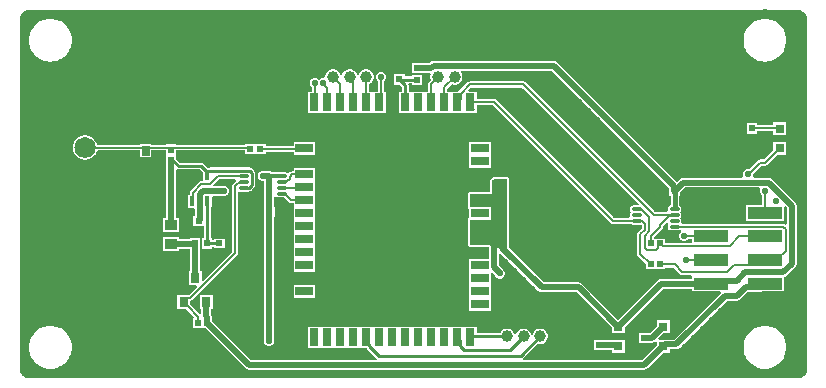
<source format=gtl>
G04*
G04 #@! TF.GenerationSoftware,Altium Limited,Altium Designer,22.5.1 (42)*
G04*
G04 Layer_Physical_Order=1*
G04 Layer_Color=255*
%FSLAX44Y44*%
%MOMM*%
G71*
G04*
G04 #@! TF.SameCoordinates,16E258D9-83B2-4854-9FD3-66D1B54B03FA*
G04*
G04*
G04 #@! TF.FilePolarity,Positive*
G04*
G01*
G75*
%ADD13C,0.5080*%
%ADD14C,0.1778*%
%ADD18R,5.0000X1.0000*%
%ADD19C,1.0000*%
%ADD20R,0.8000X0.8000*%
%ADD21R,0.4725X0.5811*%
G04:AMPARAMS|DCode=22|XSize=0.4mm|YSize=0.85mm|CornerRadius=0.05mm|HoleSize=0mm|Usage=FLASHONLY|Rotation=180.000|XOffset=0mm|YOffset=0mm|HoleType=Round|Shape=RoundedRectangle|*
%AMROUNDEDRECTD22*
21,1,0.4000,0.7500,0,0,180.0*
21,1,0.3000,0.8500,0,0,180.0*
1,1,0.1000,-0.1500,0.3750*
1,1,0.1000,0.1500,0.3750*
1,1,0.1000,0.1500,-0.3750*
1,1,0.1000,-0.1500,-0.3750*
%
%ADD22ROUNDEDRECTD22*%
%ADD23R,0.5811X0.4725*%
%ADD24R,0.8000X1.5000*%
%ADD25R,1.5000X0.8000*%
%ADD26R,1.1000X1.1000*%
%ADD27R,0.6200X0.6000*%
%ADD28R,0.6000X0.5000*%
%ADD29R,0.6153X0.5725*%
G04:AMPARAMS|DCode=30|XSize=0.3mm|YSize=0.8mm|CornerRadius=0.0495mm|HoleSize=0mm|Usage=FLASHONLY|Rotation=90.000|XOffset=0mm|YOffset=0mm|HoleType=Round|Shape=RoundedRectangle|*
%AMROUNDEDRECTD30*
21,1,0.3000,0.7010,0,0,90.0*
21,1,0.2010,0.8000,0,0,90.0*
1,1,0.0990,0.3505,0.1005*
1,1,0.0990,0.3505,-0.1005*
1,1,0.0990,-0.3505,-0.1005*
1,1,0.0990,-0.3505,0.1005*
%
%ADD30ROUNDEDRECTD30*%
%ADD31R,0.8000X0.9000*%
%ADD32R,0.6500X0.8500*%
%ADD33R,0.5725X0.6153*%
%ADD34R,0.4541X0.3627*%
%ADD35R,0.5000X0.6000*%
%ADD36R,1.0000X0.9000*%
%ADD37R,0.6000X0.6200*%
%ADD38R,2.9500X1.0200*%
%ADD52C,0.0127*%
%ADD53C,0.3364*%
%ADD54C,0.2032*%
%ADD55C,0.2540*%
%ADD56C,0.3048*%
%ADD57C,0.1482*%
%ADD58C,0.3810*%
%ADD59C,0.5588*%
G36*
X661748Y314900D02*
X663333Y314585D01*
X664827Y313967D01*
X666171Y313069D01*
X667315Y311927D01*
X668213Y310584D01*
X668833Y309091D01*
X669150Y307506D01*
X669150Y306698D01*
X669120Y10150D01*
X669120Y10150D01*
X669120Y10150D01*
X669120Y9402D01*
X668829Y7934D01*
X668256Y6552D01*
X667426Y5308D01*
X666368Y4249D01*
X665125Y3417D01*
X663743Y2844D01*
X662275Y2550D01*
X661528Y2550D01*
X10450Y2590D01*
X10450Y2590D01*
X10450Y2590D01*
X9676D01*
X8157Y2892D01*
X6727Y3484D01*
X5439Y4344D01*
X4344Y5439D01*
X3484Y6727D01*
X2892Y8157D01*
X2590Y9676D01*
Y10450D01*
X2590Y10450D01*
X2590Y10450D01*
X2570Y306760D01*
X2570Y307559D01*
X2881Y309127D01*
X3493Y310604D01*
X4380Y311934D01*
X5510Y313065D01*
X6839Y313954D01*
X8315Y314566D01*
X9883Y314880D01*
X10682Y314880D01*
X660940Y314900D01*
X661748Y314900D01*
D02*
G37*
%LPC*%
G36*
X635037Y307050D02*
X631983D01*
X631733Y307000D01*
X631478D01*
X628484Y306404D01*
X628248Y306307D01*
X627998Y306257D01*
X625177Y305089D01*
X624965Y304947D01*
X624729Y304849D01*
X622191Y303153D01*
X622010Y302973D01*
X621798Y302831D01*
X619639Y300672D01*
X619497Y300460D01*
X619317Y300280D01*
X617621Y297741D01*
X617523Y297505D01*
X617381Y297293D01*
X616213Y294472D01*
X616163Y294222D01*
X616066Y293986D01*
X615470Y290992D01*
Y290737D01*
X615420Y290487D01*
Y287433D01*
X615470Y287183D01*
Y286928D01*
X616066Y283934D01*
X616163Y283698D01*
X616213Y283448D01*
X617381Y280627D01*
X617523Y280415D01*
X617621Y280179D01*
X619317Y277640D01*
X619497Y277460D01*
X619639Y277248D01*
X621798Y275089D01*
X622010Y274947D01*
X622191Y274767D01*
X624729Y273071D01*
X624965Y272973D01*
X625177Y272831D01*
X627998Y271663D01*
X628248Y271613D01*
X628484Y271516D01*
X631478Y270920D01*
X631733D01*
X631983Y270870D01*
X635037D01*
X635287Y270920D01*
X635542D01*
X638536Y271516D01*
X638772Y271613D01*
X639022Y271663D01*
X641843Y272831D01*
X642055Y272973D01*
X642291Y273071D01*
X644829Y274767D01*
X645010Y274947D01*
X645222Y275089D01*
X647381Y277248D01*
X647523Y277460D01*
X647703Y277640D01*
X649399Y280179D01*
X649497Y280415D01*
X649639Y280627D01*
X650807Y283448D01*
X650857Y283698D01*
X650954Y283934D01*
X651550Y286928D01*
Y287183D01*
X651600Y287433D01*
Y290487D01*
X651550Y290737D01*
Y290992D01*
X650954Y293986D01*
X650857Y294222D01*
X650807Y294472D01*
X649639Y297293D01*
X649497Y297505D01*
X649399Y297741D01*
X647703Y300280D01*
X647523Y300460D01*
X647381Y300672D01*
X645222Y302831D01*
X645010Y302973D01*
X644829Y303153D01*
X642291Y304849D01*
X642055Y304947D01*
X641843Y305089D01*
X639022Y306257D01*
X638772Y306307D01*
X638536Y306404D01*
X635542Y307000D01*
X635287D01*
X635037Y307050D01*
D02*
G37*
G36*
X30037D02*
X26983D01*
X26733Y307000D01*
X26478D01*
X23484Y306404D01*
X23248Y306307D01*
X22998Y306257D01*
X20177Y305089D01*
X19965Y304947D01*
X19729Y304849D01*
X17191Y303153D01*
X17010Y302973D01*
X16798Y302831D01*
X14639Y300672D01*
X14497Y300460D01*
X14317Y300280D01*
X12621Y297741D01*
X12523Y297505D01*
X12381Y297293D01*
X11213Y294472D01*
X11163Y294222D01*
X11066Y293986D01*
X10470Y290992D01*
Y290737D01*
X10420Y290487D01*
Y287433D01*
X10470Y287183D01*
Y286928D01*
X11066Y283934D01*
X11163Y283698D01*
X11213Y283448D01*
X12381Y280627D01*
X12523Y280415D01*
X12621Y280179D01*
X14317Y277640D01*
X14497Y277460D01*
X14639Y277248D01*
X16798Y275089D01*
X17010Y274947D01*
X17191Y274767D01*
X19729Y273071D01*
X19965Y272973D01*
X20177Y272831D01*
X22998Y271663D01*
X23248Y271613D01*
X23484Y271516D01*
X26478Y270920D01*
X26733D01*
X26983Y270870D01*
X30037D01*
X30287Y270920D01*
X30542D01*
X33536Y271516D01*
X33772Y271613D01*
X34022Y271663D01*
X36843Y272831D01*
X37055Y272973D01*
X37291Y273071D01*
X39829Y274767D01*
X40010Y274947D01*
X40222Y275089D01*
X42381Y277248D01*
X42523Y277460D01*
X42703Y277640D01*
X44399Y280179D01*
X44497Y280415D01*
X44639Y280627D01*
X45807Y283448D01*
X45857Y283698D01*
X45954Y283934D01*
X46550Y286928D01*
Y287183D01*
X46600Y287433D01*
Y290487D01*
X46550Y290737D01*
Y290992D01*
X45954Y293986D01*
X45857Y294222D01*
X45807Y294472D01*
X44639Y297293D01*
X44497Y297505D01*
X44399Y297741D01*
X42703Y300280D01*
X42523Y300460D01*
X42381Y300672D01*
X40222Y302831D01*
X40010Y302973D01*
X39829Y303153D01*
X37291Y304849D01*
X37055Y304947D01*
X36843Y305089D01*
X34022Y306257D01*
X33772Y306307D01*
X33536Y306404D01*
X30542Y307000D01*
X30287D01*
X30037Y307050D01*
D02*
G37*
G36*
X296769Y264334D02*
X295051D01*
X293392Y263889D01*
X291904Y263030D01*
X290690Y261816D01*
X289831Y260328D01*
X289582Y259402D01*
X288268D01*
X288019Y260328D01*
X287160Y261816D01*
X285946Y263030D01*
X284458Y263889D01*
X282799Y264334D01*
X281081D01*
X279422Y263889D01*
X277934Y263030D01*
X276719Y261816D01*
X275861Y260328D01*
X275612Y259402D01*
X274298D01*
X274049Y260328D01*
X273190Y261816D01*
X271976Y263030D01*
X270488Y263889D01*
X268829Y264334D01*
X267111D01*
X265452Y263889D01*
X263964Y263030D01*
X262750Y261816D01*
X261891Y260328D01*
X261446Y258669D01*
Y258236D01*
X260621Y257203D01*
X260296Y257203D01*
X258903D01*
X257316Y256546D01*
X256101Y255331D01*
X255930Y255297D01*
X254844Y256383D01*
X253257Y257041D01*
X251539D01*
X249952Y256383D01*
X248737Y255169D01*
X248080Y253582D01*
Y251864D01*
X248737Y250277D01*
X249808Y249206D01*
Y245344D01*
X246406D01*
Y227296D01*
X312454D01*
Y245344D01*
X311200D01*
Y254293D01*
X312271Y255364D01*
X312928Y256951D01*
Y258669D01*
X312271Y260256D01*
X311056Y261471D01*
X309469Y262128D01*
X307751D01*
X306164Y261471D01*
X304949Y260256D01*
X304292Y258669D01*
Y256951D01*
X304949Y255364D01*
X306020Y254293D01*
Y245344D01*
X298500D01*
Y251772D01*
X299916Y252589D01*
X301131Y253804D01*
X301989Y255292D01*
X302434Y256951D01*
Y258669D01*
X301989Y260328D01*
X301131Y261816D01*
X299916Y263030D01*
X298428Y263889D01*
X296769Y264334D01*
D02*
G37*
G36*
X454848Y271272D02*
X353010D01*
X351425Y270956D01*
X350080Y270058D01*
X349516Y269494D01*
X339090D01*
X338489Y269374D01*
X334566D01*
Y261326D01*
X338489D01*
X339090Y261206D01*
X349831D01*
X350143Y260921D01*
X350686Y259936D01*
X350346Y258669D01*
Y256951D01*
X350769Y255372D01*
X349099Y253701D01*
X348537Y252861D01*
X348340Y251870D01*
Y245344D01*
X331779D01*
Y250770D01*
X331647Y251431D01*
X332411Y252701D01*
X334566D01*
Y251326D01*
X343614D01*
Y259374D01*
X334566D01*
Y258399D01*
X328474D01*
Y260274D01*
X319226D01*
Y251226D01*
X324445D01*
X326081Y249590D01*
Y245344D01*
X323406D01*
Y227296D01*
X386664D01*
X386914Y227246D01*
X387164Y227296D01*
X389454D01*
Y229586D01*
X389504Y229836D01*
X389454Y230086D01*
Y233730D01*
X403449D01*
X503081Y134099D01*
X503921Y133537D01*
X504912Y133340D01*
X520253D01*
X520727Y133023D01*
X521515Y132866D01*
X525453D01*
X525504Y132856D01*
X528593D01*
X529224Y132225D01*
Y129635D01*
X526024Y126435D01*
X525463Y125595D01*
X525266Y124604D01*
Y108026D01*
X525463Y107035D01*
X526024Y106195D01*
X532935Y99284D01*
Y95174D01*
X549105D01*
Y96470D01*
X555978D01*
X561569Y90879D01*
X562409Y90317D01*
X563400Y90120D01*
X570694D01*
X571676Y89424D01*
Y86944D01*
X545720D01*
X544134Y86628D01*
X542790Y85730D01*
X509270Y52210D01*
X478669Y82811D01*
X477325Y83709D01*
X475739Y84024D01*
X446359D01*
X419565Y110819D01*
X419550Y110992D01*
X419351Y111161D01*
X419250Y111402D01*
X417270Y113382D01*
X416940Y113519D01*
Y137160D01*
Y171450D01*
X416456Y172616D01*
X415290Y173100D01*
X403860D01*
X402694Y172616D01*
X402322Y171718D01*
X401424Y171346D01*
X400940Y170180D01*
Y160400D01*
X383540D01*
X382374Y159916D01*
X381890Y158750D01*
Y147844D01*
X382374Y146678D01*
X383406Y146250D01*
Y138390D01*
X382374Y137962D01*
X381890Y136796D01*
Y134620D01*
Y115570D01*
X382374Y114404D01*
X383540Y113920D01*
X399576D01*
X400148Y113348D01*
Y103844D01*
X383406D01*
Y92796D01*
Y81796D01*
Y70796D01*
Y59796D01*
X401454D01*
Y70796D01*
Y81796D01*
Y91661D01*
X402724Y92187D01*
X404828Y90083D01*
X405279Y88994D01*
X406494Y87779D01*
X408081Y87122D01*
X409799D01*
X411386Y87779D01*
X412601Y88994D01*
X413258Y90581D01*
Y92299D01*
X412601Y93886D01*
X412161Y94325D01*
X411870Y94761D01*
X408436Y98196D01*
Y108568D01*
X409609Y109054D01*
X441713Y76951D01*
X443057Y76052D01*
X444643Y75737D01*
X474023D01*
X503746Y46014D01*
Y40826D01*
X514794D01*
Y46014D01*
X547436Y78656D01*
X571676D01*
Y76176D01*
X595570D01*
X596096Y74906D01*
X556644Y35454D01*
X548830D01*
X548430Y35374D01*
X543913D01*
X543427Y36547D01*
X547706Y40826D01*
X552894D01*
Y51874D01*
X541846D01*
Y46686D01*
X536344Y41184D01*
X531038D01*
X530637Y41105D01*
X526974D01*
Y38156D01*
X526716Y36863D01*
Y36675D01*
X526974Y35382D01*
Y32246D01*
X534746D01*
Y32897D01*
X538061D01*
X539646Y33212D01*
X540576Y33834D01*
X541846Y33279D01*
Y30186D01*
X529774Y18114D01*
X428556D01*
X428321Y19384D01*
X428988Y19830D01*
X441081Y31922D01*
X442371Y31576D01*
X444089D01*
X445748Y32021D01*
X447236Y32880D01*
X448451Y34094D01*
X449309Y35582D01*
X449754Y37241D01*
Y38959D01*
X449309Y40618D01*
X448451Y42106D01*
X447236Y43320D01*
X445748Y44179D01*
X444089Y44624D01*
X442371D01*
X440712Y44179D01*
X439224Y43320D01*
X438009Y42106D01*
X437151Y40618D01*
X436902Y39692D01*
X435588D01*
X435339Y40618D01*
X434481Y42106D01*
X433266Y43320D01*
X431778Y44179D01*
X430119Y44624D01*
X428401D01*
X426742Y44179D01*
X425254Y43320D01*
X424039Y42106D01*
X423181Y40618D01*
X422932Y39692D01*
X421618D01*
X421369Y40618D01*
X420510Y42106D01*
X419296Y43320D01*
X417808Y44179D01*
X416149Y44624D01*
X414431D01*
X412772Y44179D01*
X411284Y43320D01*
X410070Y42106D01*
X409402Y40949D01*
X389454D01*
Y46344D01*
X246406D01*
Y28296D01*
X296291D01*
X296646Y27765D01*
X304581Y19830D01*
X304581Y19830D01*
X305249Y19384D01*
X305014Y18114D01*
X198412D01*
X165565Y50961D01*
Y53416D01*
X165192D01*
Y54932D01*
X164876Y56518D01*
X164774Y56671D01*
Y61446D01*
X166154D01*
Y73494D01*
X155106D01*
Y61446D01*
X156486D01*
Y57737D01*
X155216Y57211D01*
X147154Y65273D01*
Y68382D01*
X148056Y68561D01*
X148897Y69123D01*
X186446Y106672D01*
X187007Y107512D01*
X187204Y108503D01*
Y159959D01*
X187381Y160185D01*
X188475Y160866D01*
X188775Y160807D01*
X195785D01*
X196573Y160963D01*
X197004Y161251D01*
X197030D01*
X197031Y161251D01*
X198121Y161468D01*
X199045Y162086D01*
X201342Y164383D01*
X201342Y164383D01*
X201960Y165307D01*
X202177Y166397D01*
Y176342D01*
X202177Y176343D01*
X201960Y177433D01*
X201342Y178357D01*
X201342Y178357D01*
X199267Y180432D01*
X198343Y181050D01*
X197253Y181267D01*
X197252Y181267D01*
X163658D01*
X163658Y181267D01*
X162568Y181050D01*
X162356Y180909D01*
X162170D01*
X162094Y180894D01*
X161905D01*
X158406Y184392D01*
X157482Y185010D01*
X156392Y185227D01*
X156392Y185227D01*
X138366D01*
X135196Y188397D01*
Y195540D01*
X193044D01*
Y192464D01*
X210816D01*
Y194625D01*
X234406D01*
Y191796D01*
X252454D01*
Y202844D01*
X234406D01*
Y199545D01*
X210816D01*
Y201236D01*
X196656D01*
X196494Y201269D01*
X196332Y201236D01*
X193044D01*
Y200460D01*
X135196D01*
Y200656D01*
X126424D01*
Y200460D01*
X113994D01*
Y201254D01*
X104446D01*
Y200460D01*
X68782D01*
X67730Y201149D01*
X67079Y202721D01*
X66964Y202836D01*
X66957Y202854D01*
X66926Y203006D01*
X66840Y203136D01*
X66832Y203155D01*
X66794Y203204D01*
X65981Y204421D01*
X65841Y204515D01*
X65776Y204671D01*
X65315Y205132D01*
X65193Y205291D01*
X65034Y205413D01*
X64573Y205874D01*
X64417Y205938D01*
X64323Y206079D01*
X63107Y206891D01*
X63058Y206929D01*
X63038Y206937D01*
X62909Y207024D01*
X62756Y207054D01*
X62738Y207062D01*
X62624Y207176D01*
X61052Y207827D01*
X60890D01*
X60872Y207835D01*
X60743Y207921D01*
X60590Y207951D01*
X60571Y207959D01*
X60509Y207968D01*
X59074Y208253D01*
X58908Y208220D01*
X58752Y208285D01*
X58100D01*
X57902Y208311D01*
X57703Y208285D01*
X57051D01*
X56895Y208220D01*
X56729Y208253D01*
X55295Y207968D01*
X55233Y207959D01*
X55213Y207952D01*
X55061Y207921D01*
X54931Y207835D01*
X54914Y207827D01*
X54752D01*
X53180Y207176D01*
X53065Y207062D01*
X53047Y207054D01*
X52895Y207024D01*
X52765Y206937D01*
X52746Y206929D01*
X52697Y206892D01*
X51480Y206079D01*
X51386Y205938D01*
X51230Y205874D01*
X50769Y205412D01*
X50610Y205291D01*
X50488Y205132D01*
X50027Y204671D01*
X49963Y204515D01*
X49822Y204421D01*
X49009Y203204D01*
X48972Y203155D01*
X48964Y203136D01*
X48877Y203006D01*
X48847Y202853D01*
X48839Y202836D01*
X48725Y202721D01*
X48074Y201149D01*
Y200987D01*
X48066Y200969D01*
X47980Y200840D01*
X47949Y200687D01*
X47941Y200668D01*
X47933Y200606D01*
X47648Y199172D01*
X47681Y199006D01*
X47616Y198850D01*
Y198198D01*
X47590Y197999D01*
X47616Y197801D01*
Y197148D01*
X47681Y196992D01*
X47648Y196827D01*
X47933Y195392D01*
X47941Y195330D01*
X47949Y195311D01*
X47980Y195158D01*
X48066Y195029D01*
X48074Y195011D01*
Y194849D01*
X48725Y193277D01*
X48839Y193162D01*
X48847Y193145D01*
X48877Y192992D01*
X48964Y192862D01*
X48972Y192843D01*
X49009Y192794D01*
X49822Y191577D01*
X49963Y191484D01*
X50027Y191327D01*
X50489Y190866D01*
X50610Y190708D01*
X50769Y190586D01*
X51230Y190125D01*
X51386Y190060D01*
X51480Y189919D01*
X52697Y189106D01*
X52746Y189069D01*
X52765Y189061D01*
X52895Y188974D01*
X53047Y188944D01*
X53065Y188937D01*
X53180Y188822D01*
X54752Y188171D01*
X54914D01*
X54931Y188164D01*
X55061Y188077D01*
X55214Y188047D01*
X55233Y188039D01*
X55294Y188031D01*
X56729Y187745D01*
X56895Y187778D01*
X57051Y187714D01*
X57703D01*
X57902Y187687D01*
X58100Y187714D01*
X58752D01*
X58908Y187778D01*
X59074Y187745D01*
X60509Y188031D01*
X60571Y188039D01*
X60590Y188047D01*
X60743Y188077D01*
X60872Y188164D01*
X60890Y188171D01*
X61052D01*
X62624Y188822D01*
X62738Y188937D01*
X62756Y188944D01*
X62909Y188974D01*
X63039Y189061D01*
X63058Y189069D01*
X63107Y189107D01*
X64323Y189919D01*
X64417Y190060D01*
X64573Y190125D01*
X65034Y190586D01*
X65193Y190708D01*
X65315Y190866D01*
X65776Y191327D01*
X65841Y191484D01*
X65981Y191577D01*
X66794Y192794D01*
X66832Y192843D01*
X66840Y192862D01*
X66926Y192992D01*
X66957Y193145D01*
X66964Y193162D01*
X67079Y193277D01*
X67730Y194849D01*
X68781Y195540D01*
X104446D01*
Y189706D01*
X113994D01*
Y195540D01*
X126424D01*
Y182884D01*
X126666D01*
Y168438D01*
X126249D01*
Y161762D01*
X126666D01*
Y138484D01*
X124286D01*
Y126436D01*
X137334D01*
Y138484D01*
X134954D01*
Y165100D01*
Y178982D01*
X135991Y179676D01*
X136224Y179721D01*
X137186Y179529D01*
X137186Y179529D01*
X155212D01*
X157876Y176865D01*
Y171330D01*
X157966Y170880D01*
X157407Y169897D01*
X157127Y169610D01*
X156273D01*
X155282Y169413D01*
X154442Y168852D01*
X147300Y161709D01*
X146738Y160869D01*
X146541Y159878D01*
Y158314D01*
X146150Y158237D01*
X145481Y157789D01*
X145033Y157120D01*
X144876Y156330D01*
Y148830D01*
X145033Y148040D01*
X145481Y147371D01*
X146150Y146923D01*
X146940Y146766D01*
X149940D01*
X150796Y145642D01*
Y140276D01*
X149545D01*
Y131504D01*
X158476D01*
Y121364D01*
X157186D01*
Y112316D01*
X165234D01*
Y113991D01*
X167175D01*
Y112954D01*
X176034D01*
Y120726D01*
X167175D01*
Y119689D01*
X165234D01*
Y121364D01*
X164174D01*
Y147220D01*
X164399Y147371D01*
X164847Y148040D01*
X165004Y148830D01*
Y156330D01*
X166136Y157146D01*
X173980D01*
X174401Y156972D01*
X176119D01*
X177706Y157629D01*
X178921Y158844D01*
X179578Y160431D01*
Y162149D01*
X178921Y163736D01*
X177706Y164951D01*
X176119Y165608D01*
X174401D01*
X173980Y165434D01*
X167024D01*
X166538Y166607D01*
X171211Y171280D01*
X185108D01*
X185410Y170819D01*
X185596Y170010D01*
X182783Y167197D01*
X182222Y166357D01*
X182025Y165366D01*
Y109576D01*
X157827Y85379D01*
X156654Y85864D01*
Y93494D01*
X155274D01*
Y116018D01*
X155354Y116420D01*
Y116690D01*
X155234Y117291D01*
Y121364D01*
X147186D01*
Y120794D01*
X137334D01*
Y122484D01*
X124286D01*
Y110436D01*
X137334D01*
Y112506D01*
X146986D01*
Y93494D01*
X145606D01*
Y81446D01*
X152235D01*
X152722Y80273D01*
X145993Y73544D01*
X144614D01*
X144364Y73494D01*
X136106D01*
Y61446D01*
X143657D01*
X150416Y54686D01*
X149890Y53416D01*
X149395D01*
Y45644D01*
X159162D01*
X193765Y11040D01*
X195110Y10142D01*
X196695Y9826D01*
X531490D01*
X533076Y10142D01*
X534420Y11040D01*
X547706Y24326D01*
X552894D01*
Y27166D01*
X558360D01*
X559946Y27482D01*
X561290Y28380D01*
X601156Y68246D01*
X609889D01*
X611474Y68562D01*
X612819Y69460D01*
X619455Y76096D01*
X630890D01*
X631290Y76176D01*
X649724D01*
Y88334D01*
X650512Y88491D01*
X651856Y89389D01*
X659258Y96791D01*
X660156Y98136D01*
X660472Y99721D01*
Y148750D01*
X660472Y148750D01*
X660156Y150336D01*
X659258Y151680D01*
X639606Y171332D01*
X638262Y172230D01*
X636676Y172546D01*
X624050D01*
X623222Y173816D01*
X623570Y174655D01*
Y175753D01*
X630577Y182760D01*
X633782D01*
X634773Y182957D01*
X635613Y183519D01*
X644061Y191966D01*
X651446D01*
Y203014D01*
X640398D01*
Y195629D01*
X632710Y187940D01*
X629505D01*
X628513Y187743D01*
X627673Y187181D01*
X620261Y179770D01*
X620111Y179832D01*
X618393D01*
X616806Y179175D01*
X615591Y177960D01*
X614934Y176373D01*
Y174655D01*
X615282Y173816D01*
X614454Y172546D01*
X564538D01*
X562952Y172230D01*
X561608Y171332D01*
X559056Y168780D01*
X457778Y270058D01*
X456433Y270956D01*
X454848Y271272D01*
D02*
G37*
G36*
X651446Y219514D02*
X640398D01*
Y216811D01*
X626440D01*
Y218651D01*
X618668D01*
Y209792D01*
X626440D01*
Y211632D01*
X640398D01*
Y208466D01*
X651446D01*
Y219514D01*
D02*
G37*
G36*
X401454Y202844D02*
X383406D01*
Y191796D01*
Y180796D01*
X401454D01*
Y191796D01*
Y202844D01*
D02*
G37*
G36*
X252454Y180844D02*
X234406D01*
Y177910D01*
X232882D01*
X231891Y177713D01*
X231051Y177151D01*
X230142Y176242D01*
X229241Y176331D01*
X228573Y176777D01*
X227785Y176934D01*
X224502D01*
X224280Y176978D01*
X216559D01*
X215301Y177818D01*
X213716Y178134D01*
X209560D01*
X209139Y178308D01*
X207421D01*
X205834Y177651D01*
X204619Y176436D01*
X203962Y174849D01*
Y173131D01*
X204619Y171544D01*
X205834Y170329D01*
X207421Y169672D01*
X209139D01*
X209692Y168526D01*
Y150178D01*
X209748Y149896D01*
Y147896D01*
X209235D01*
Y139124D01*
X209692D01*
Y36718D01*
X209042Y35149D01*
Y33431D01*
X209699Y31844D01*
X210914Y30629D01*
X212501Y29972D01*
X214219D01*
X215383Y30454D01*
X215421Y30462D01*
X215454Y30484D01*
X215806Y30629D01*
X216075Y30899D01*
X216766Y31360D01*
X217664Y32704D01*
X217979Y34290D01*
Y139124D01*
X218436D01*
Y147896D01*
X218035D01*
Y150121D01*
X217979Y150404D01*
Y156129D01*
X219249Y156514D01*
X219319Y156409D01*
X219987Y155963D01*
X220775Y155807D01*
X226181D01*
X230499Y151489D01*
X231339Y150927D01*
X232330Y150730D01*
X234406D01*
Y136796D01*
Y125796D01*
Y114796D01*
Y103796D01*
Y92796D01*
X252454D01*
Y103796D01*
Y114796D01*
Y125796D01*
Y136796D01*
Y147796D01*
Y158796D01*
Y169796D01*
Y180844D01*
D02*
G37*
G36*
Y81844D02*
X234406D01*
Y70796D01*
X252454D01*
Y81844D01*
D02*
G37*
G36*
X514794Y35374D02*
X503746D01*
Y34789D01*
X496646D01*
Y35064D01*
X488874D01*
Y31046D01*
X488794Y30645D01*
X488874Y30245D01*
Y26205D01*
X496646D01*
Y26502D01*
X503746D01*
Y24326D01*
X514794D01*
Y35374D01*
D02*
G37*
G36*
X635037Y47050D02*
X631983D01*
X631733Y47000D01*
X631478D01*
X628484Y46404D01*
X628248Y46307D01*
X627998Y46257D01*
X625177Y45089D01*
X624965Y44947D01*
X624729Y44849D01*
X622191Y43153D01*
X622010Y42973D01*
X621798Y42831D01*
X619639Y40672D01*
X619497Y40460D01*
X619317Y40279D01*
X617621Y37741D01*
X617523Y37505D01*
X617381Y37293D01*
X616213Y34472D01*
X616163Y34222D01*
X616066Y33986D01*
X615470Y30992D01*
Y30737D01*
X615420Y30487D01*
Y27433D01*
X615470Y27183D01*
Y26928D01*
X616066Y23934D01*
X616163Y23698D01*
X616213Y23448D01*
X617381Y20627D01*
X617523Y20415D01*
X617621Y20179D01*
X619317Y17641D01*
X619497Y17460D01*
X619639Y17248D01*
X621798Y15089D01*
X622010Y14947D01*
X622191Y14767D01*
X624729Y13071D01*
X624965Y12973D01*
X625177Y12831D01*
X627998Y11663D01*
X628248Y11613D01*
X628484Y11516D01*
X631478Y10920D01*
X631733D01*
X631983Y10870D01*
X635037D01*
X635287Y10920D01*
X635542D01*
X638536Y11516D01*
X638772Y11613D01*
X639022Y11663D01*
X641843Y12831D01*
X642055Y12973D01*
X642291Y13071D01*
X644829Y14767D01*
X645010Y14947D01*
X645222Y15089D01*
X647381Y17248D01*
X647523Y17460D01*
X647703Y17641D01*
X649399Y20179D01*
X649497Y20415D01*
X649639Y20627D01*
X650807Y23448D01*
X650857Y23698D01*
X650954Y23934D01*
X651550Y26928D01*
Y27183D01*
X651600Y27433D01*
Y30487D01*
X651550Y30737D01*
Y30992D01*
X650954Y33986D01*
X650857Y34222D01*
X650807Y34472D01*
X649639Y37293D01*
X649497Y37505D01*
X649399Y37741D01*
X647703Y40279D01*
X647523Y40460D01*
X647381Y40672D01*
X645222Y42831D01*
X645010Y42973D01*
X644829Y43153D01*
X642291Y44849D01*
X642055Y44947D01*
X641843Y45089D01*
X639022Y46257D01*
X638772Y46307D01*
X638536Y46404D01*
X635542Y47000D01*
X635287D01*
X635037Y47050D01*
D02*
G37*
G36*
X30037D02*
X26983D01*
X26733Y47000D01*
X26478D01*
X23484Y46404D01*
X23248Y46307D01*
X22998Y46257D01*
X20177Y45089D01*
X19965Y44947D01*
X19729Y44849D01*
X17191Y43153D01*
X17010Y42973D01*
X16798Y42831D01*
X14639Y40672D01*
X14497Y40460D01*
X14317Y40279D01*
X12621Y37741D01*
X12523Y37505D01*
X12381Y37293D01*
X11213Y34472D01*
X11163Y34222D01*
X11066Y33986D01*
X10470Y30992D01*
Y30737D01*
X10420Y30487D01*
Y27433D01*
X10470Y27183D01*
Y26928D01*
X11066Y23934D01*
X11163Y23698D01*
X11213Y23448D01*
X12381Y20627D01*
X12523Y20415D01*
X12621Y20179D01*
X14317Y17641D01*
X14497Y17460D01*
X14639Y17248D01*
X16798Y15089D01*
X17010Y14947D01*
X17191Y14767D01*
X19729Y13071D01*
X19965Y12973D01*
X20177Y12831D01*
X22998Y11663D01*
X23248Y11613D01*
X23484Y11516D01*
X26478Y10920D01*
X26733D01*
X26983Y10870D01*
X30037D01*
X30287Y10920D01*
X30542D01*
X33536Y11516D01*
X33772Y11613D01*
X34022Y11663D01*
X36843Y12831D01*
X37055Y12973D01*
X37291Y13071D01*
X39829Y14767D01*
X40010Y14947D01*
X40222Y15089D01*
X42381Y17248D01*
X42523Y17460D01*
X42703Y17641D01*
X44399Y20179D01*
X44497Y20415D01*
X44639Y20627D01*
X45807Y23448D01*
X45857Y23698D01*
X45954Y23934D01*
X46550Y26928D01*
Y27183D01*
X46600Y27433D01*
Y30487D01*
X46550Y30737D01*
Y30992D01*
X45954Y33986D01*
X45857Y34222D01*
X45807Y34472D01*
X44639Y37293D01*
X44497Y37505D01*
X44399Y37741D01*
X42703Y40279D01*
X42523Y40460D01*
X42381Y40672D01*
X40222Y42831D01*
X40010Y42973D01*
X39829Y43153D01*
X37291Y44849D01*
X37055Y44947D01*
X36843Y45089D01*
X34022Y46257D01*
X33772Y46307D01*
X33536Y46404D01*
X30542Y47000D01*
X30287D01*
X30037Y47050D01*
D02*
G37*
%LPD*%
G36*
X60421Y206303D02*
X61992Y205652D01*
X63407Y204707D01*
X64610Y203504D01*
X65555Y202090D01*
X66206Y200518D01*
X66538Y198850D01*
Y197999D01*
Y197148D01*
X66206Y195480D01*
X65555Y193908D01*
X64610Y192494D01*
X63407Y191291D01*
X61992Y190346D01*
X60421Y189695D01*
X58752Y189363D01*
X57051D01*
X55383Y189695D01*
X53811Y190346D01*
X52397Y191291D01*
X51194Y192494D01*
X50249Y193908D01*
X49598Y195480D01*
X49266Y197148D01*
Y197999D01*
Y198850D01*
X49598Y200518D01*
X50249Y202090D01*
X51194Y203504D01*
X52397Y204707D01*
X53811Y205652D01*
X55383Y206303D01*
X57051Y206635D01*
X58752D01*
X60421Y206303D01*
D02*
G37*
G36*
X552531Y163585D02*
Y161612D01*
X552611Y161212D01*
Y156904D01*
X553715D01*
Y148994D01*
X553515D01*
X552727Y148837D01*
X552059Y148391D01*
X551613Y147723D01*
X551456Y146935D01*
Y144925D01*
X551483Y144790D01*
X550615Y143520D01*
X540642D01*
X430871Y253291D01*
X430031Y253853D01*
X429039Y254050D01*
X383619D01*
X382628Y253853D01*
X381787Y253291D01*
X374083Y245587D01*
X373921Y245344D01*
X364520D01*
Y247827D01*
X368402Y251709D01*
X369981Y251286D01*
X371699D01*
X373358Y251731D01*
X374846Y252589D01*
X376060Y253804D01*
X376919Y255292D01*
X377364Y256951D01*
Y258669D01*
X376919Y260328D01*
X376119Y261714D01*
X376312Y262423D01*
X376544Y262984D01*
X453131D01*
X552531Y163585D01*
D02*
G37*
G36*
X526670Y150167D02*
X526184Y148994D01*
X521515D01*
X520727Y148837D01*
X520059Y148391D01*
X519613Y147723D01*
X519456Y146935D01*
Y144925D01*
X519613Y144137D01*
X520036Y143430D01*
X519613Y142723D01*
X519456Y141935D01*
Y139925D01*
X519483Y139790D01*
X518615Y138520D01*
X505985D01*
X406353Y238151D01*
X405513Y238713D01*
X404522Y238910D01*
X389454D01*
Y245344D01*
X382825D01*
X382338Y246517D01*
X384691Y248870D01*
X427967D01*
X526670Y150167D01*
D02*
G37*
G36*
X629760Y162988D02*
X629412Y162149D01*
Y160431D01*
X630069Y158844D01*
X631140Y157773D01*
Y149424D01*
X617176D01*
Y136176D01*
X649724D01*
Y147698D01*
X650994Y148224D01*
X652184Y147034D01*
Y133189D01*
X651471Y132893D01*
X650914Y132787D01*
X650112Y133323D01*
X649121Y133520D01*
X563425D01*
X562557Y134790D01*
X562584Y134925D01*
Y136935D01*
X562427Y137723D01*
X561981Y138391D01*
Y138469D01*
X562427Y139137D01*
X562584Y139925D01*
Y141935D01*
X562427Y142723D01*
X562004Y143430D01*
X562427Y144137D01*
X562584Y144925D01*
Y146935D01*
X562427Y147723D01*
X561981Y148391D01*
X561313Y148837D01*
X560707Y148957D01*
Y156904D01*
X561812D01*
Y159816D01*
X566254Y164258D01*
X628932D01*
X629760Y162988D01*
D02*
G37*
G36*
X551311Y134195D02*
X551811Y133053D01*
X551613Y132723D01*
X551456Y131935D01*
Y129925D01*
X551613Y129137D01*
X552059Y128469D01*
X552727Y128023D01*
X553515Y127866D01*
X560525D01*
X561313Y128023D01*
X561785Y128339D01*
X562590Y128178D01*
X562720Y126857D01*
X562704Y126851D01*
X561489Y125636D01*
X560832Y124049D01*
Y122331D01*
X561489Y120744D01*
X562704Y119529D01*
X564291Y118872D01*
X566009D01*
X567596Y119529D01*
X568667Y120600D01*
X571676D01*
Y117496D01*
X549105D01*
Y120726D01*
X539954D01*
Y122264D01*
X546590Y128900D01*
X547151Y129740D01*
X547348Y130731D01*
Y131757D01*
X550082Y134490D01*
X551311Y134195D01*
D02*
G37*
G36*
X415290Y134620D02*
Y113030D01*
X415290D01*
X415366Y112954D01*
Y112216D01*
X416104D01*
X418084Y110236D01*
X409343Y113030D01*
X403860D01*
X401320Y115570D01*
X383540D01*
Y134620D01*
Y136796D01*
X401454D01*
Y147844D01*
X383540D01*
Y158750D01*
X402590D01*
Y170180D01*
X403860D01*
Y171450D01*
X415290D01*
Y134620D01*
D02*
G37*
D13*
X508475Y30645D02*
X509270Y29850D01*
X492938Y30645D02*
X508475D01*
X531490Y13970D02*
X545910Y28390D01*
X161048Y49617D02*
X196695Y13970D01*
X531490D01*
X213836Y34290D02*
Y143510D01*
X408940Y91440D02*
Y91831D01*
X404292Y96479D02*
X408940Y91831D01*
X547370Y29850D02*
X548830Y31310D01*
X547370Y29850D02*
Y29850D01*
X545910Y28390D02*
X547370Y29850D01*
X410690Y116840D02*
X411150Y116380D01*
Y113373D02*
Y116380D01*
X213836Y150178D02*
Y173870D01*
X208280Y173990D02*
X213716D01*
X213836Y173870D01*
X557116Y161194D02*
X557211D01*
X557330D01*
X213892Y143566D02*
Y150121D01*
X213836Y150178D02*
X213892Y150121D01*
X213836Y143510D02*
X213892Y143566D01*
X339090Y265350D02*
X351232D01*
X353010Y267128D01*
X454848D01*
X556674Y165301D01*
Y161612D02*
Y165301D01*
Y161612D02*
X556997Y161290D01*
X557211D01*
X158086D02*
X175260D01*
X155122Y158326D02*
X158086Y161290D01*
X155122Y152762D02*
Y158326D01*
X154940Y152580D02*
X155122Y152762D01*
X404292Y96479D02*
Y115065D01*
X400497Y118860D02*
X404292Y115065D01*
X393890Y118860D02*
X400497D01*
X392430Y120320D02*
X393890Y118860D01*
X531038Y37041D02*
X538061D01*
X530860Y36863D02*
X531038Y37041D01*
X530860Y36675D02*
Y36863D01*
X538061Y37041D02*
X547370Y46350D01*
X557330Y161194D02*
X564538Y168402D01*
X636676D02*
X656328Y148750D01*
Y99721D02*
Y148750D01*
X648926Y92319D02*
X656328Y99721D01*
X617013Y92319D02*
X648926D01*
X587950Y82800D02*
X590510Y85360D01*
X610053D01*
X617013Y92319D01*
X564538Y168402D02*
X636676D01*
X475739Y79881D02*
X509270Y46350D01*
X444643Y79881D02*
X475739D01*
X411150Y113373D02*
X444643Y79881D01*
X130810Y165100D02*
Y186948D01*
Y132460D02*
Y165100D01*
X599440Y72390D02*
X609889D01*
X617739Y80240D01*
X558360Y31310D02*
X599440Y72390D01*
X630890Y80240D02*
X633450Y82800D01*
X617739Y80240D02*
X630890D01*
X548830Y31310D02*
X558360D01*
X545910Y28390D02*
X545910D01*
X151130Y116340D02*
X151210Y116420D01*
X151130Y87470D02*
Y116340D01*
X151210Y116420D02*
Y116690D01*
X160630Y55350D02*
X161048Y54932D01*
Y49617D02*
Y54932D01*
X160630Y55350D02*
Y67470D01*
X154360Y135890D02*
X154682Y136212D01*
X154146Y135890D02*
X154360D01*
X154682Y136212D02*
Y136427D01*
X154940Y136684D01*
Y152580D01*
X130810Y132460D02*
X130810Y132460D01*
X151170Y116650D02*
X151210Y116690D01*
X131000Y116650D02*
X151170D01*
X130810Y116460D02*
X131000Y116650D01*
X587915Y102835D02*
X587950Y102800D01*
X566420Y102870D02*
X566455Y102835D01*
X545720Y82800D02*
X587950D01*
X509270Y46350D02*
X545720Y82800D01*
D14*
X206451Y197085D02*
X242725D01*
X57900Y198000D02*
X196494D01*
D18*
X57900Y168838D02*
D03*
X55360Y225940D02*
D03*
D19*
X57902Y197999D02*
D03*
X370840Y257810D02*
D03*
X356870D02*
D03*
X295910D02*
D03*
X281940D02*
D03*
X267970D02*
D03*
X443230Y38100D02*
D03*
X429260D02*
D03*
X415290D02*
D03*
D20*
X645922Y213990D02*
D03*
Y197490D02*
D03*
X509270Y46350D02*
D03*
Y29850D02*
D03*
X547370Y46350D02*
D03*
Y29850D02*
D03*
D21*
X622554Y214221D02*
D03*
Y206911D02*
D03*
X492760Y37945D02*
D03*
Y30635D02*
D03*
X530860Y36675D02*
D03*
Y29365D02*
D03*
D22*
X148440Y175080D02*
D03*
X161440D02*
D03*
Y152580D02*
D03*
X154940D02*
D03*
X148440D02*
D03*
D23*
X537365Y99060D02*
D03*
X544675D02*
D03*
Y116840D02*
D03*
X537365D02*
D03*
X153825Y49530D02*
D03*
X161135D02*
D03*
X178915Y116840D02*
D03*
X171605D02*
D03*
D24*
X383930Y236320D02*
D03*
X372930D02*
D03*
X361930D02*
D03*
X350930D02*
D03*
X339930D02*
D03*
X328930D02*
D03*
X317930D02*
D03*
X284930D02*
D03*
X273930D02*
D03*
X262930D02*
D03*
X295930D02*
D03*
X306930D02*
D03*
X251930D02*
D03*
Y37320D02*
D03*
X262930D02*
D03*
X273930D02*
D03*
X284930D02*
D03*
X295930D02*
D03*
X306930D02*
D03*
X317930D02*
D03*
X328930D02*
D03*
X339930D02*
D03*
X350930D02*
D03*
X361930D02*
D03*
X372930D02*
D03*
X383930D02*
D03*
D25*
X243430Y208320D02*
D03*
Y197320D02*
D03*
Y186320D02*
D03*
Y175320D02*
D03*
Y164320D02*
D03*
Y153320D02*
D03*
Y142320D02*
D03*
Y131320D02*
D03*
Y120320D02*
D03*
Y109320D02*
D03*
Y98320D02*
D03*
Y87320D02*
D03*
Y76320D02*
D03*
Y65320D02*
D03*
X392430D02*
D03*
Y76320D02*
D03*
Y87320D02*
D03*
Y98320D02*
D03*
Y109320D02*
D03*
Y120320D02*
D03*
Y131320D02*
D03*
Y142320D02*
D03*
Y153320D02*
D03*
Y164320D02*
D03*
Y175320D02*
D03*
Y186320D02*
D03*
Y197320D02*
D03*
Y208320D02*
D03*
D26*
X265430Y63320D02*
D03*
Y84320D02*
D03*
Y105320D02*
D03*
Y126320D02*
D03*
Y147320D02*
D03*
Y168320D02*
D03*
Y189320D02*
D03*
X265430Y210320D02*
D03*
X286430Y63320D02*
D03*
Y84320D02*
D03*
Y105320D02*
D03*
Y126320D02*
D03*
Y147320D02*
D03*
Y168320D02*
D03*
Y189320D02*
D03*
X286430Y210320D02*
D03*
X307430Y63320D02*
D03*
Y84320D02*
D03*
Y105320D02*
D03*
Y126320D02*
D03*
Y147320D02*
D03*
Y168320D02*
D03*
Y189320D02*
D03*
X307430Y210320D02*
D03*
X328430Y63320D02*
D03*
Y84320D02*
D03*
Y105320D02*
D03*
Y126320D02*
D03*
Y147320D02*
D03*
Y168320D02*
D03*
Y189320D02*
D03*
X328430Y210320D02*
D03*
X349430Y63320D02*
D03*
Y84320D02*
D03*
Y105320D02*
D03*
Y126320D02*
D03*
Y147320D02*
D03*
Y168320D02*
D03*
Y189320D02*
D03*
X349430Y210320D02*
D03*
X370430Y63320D02*
D03*
Y84320D02*
D03*
Y105320D02*
D03*
Y126320D02*
D03*
Y147320D02*
D03*
Y168320D02*
D03*
Y189320D02*
D03*
X370430Y210320D02*
D03*
D27*
X323850Y264950D02*
D03*
Y255750D02*
D03*
D28*
X339090Y255350D02*
D03*
Y265350D02*
D03*
D29*
X213836Y143510D02*
D03*
X205264D02*
D03*
X557211Y161290D02*
D03*
X548640D02*
D03*
X206216Y196850D02*
D03*
X197644D02*
D03*
X154146Y135890D02*
D03*
X145574D02*
D03*
D30*
X224280Y158870D02*
D03*
Y163870D02*
D03*
Y168870D02*
D03*
Y173870D02*
D03*
X192280Y158870D02*
D03*
Y163870D02*
D03*
Y168870D02*
D03*
Y173870D02*
D03*
X557020Y130930D02*
D03*
Y135930D02*
D03*
Y140930D02*
D03*
Y145930D02*
D03*
X525020Y130930D02*
D03*
Y135930D02*
D03*
Y140930D02*
D03*
Y145930D02*
D03*
D31*
X141630Y67470D02*
D03*
X160630D02*
D03*
X151130Y87470D02*
D03*
D32*
X109220Y182980D02*
D03*
Y195480D02*
D03*
D33*
X130810Y187484D02*
D03*
Y196056D02*
D03*
D34*
X130043Y165100D02*
D03*
X123957D02*
D03*
D35*
X161210Y116840D02*
D03*
X151210D02*
D03*
D36*
X130810Y116460D02*
D03*
Y132460D02*
D03*
D37*
X410690Y116840D02*
D03*
X419890D02*
D03*
Y130810D02*
D03*
X410690D02*
D03*
X419890Y152400D02*
D03*
X410690D02*
D03*
Y166370D02*
D03*
X419890D02*
D03*
D38*
X633450Y82800D02*
D03*
Y102800D02*
D03*
Y122800D02*
D03*
Y142800D02*
D03*
X587950Y82800D02*
D03*
Y102800D02*
D03*
Y122800D02*
D03*
Y142800D02*
D03*
D52*
X41487Y185807D02*
G03*
X74316Y185807I16415J12192D01*
G01*
Y210191D02*
G03*
X41487Y210191I-16415J-12192D01*
G01*
X66538Y197999D02*
G03*
X66538Y197999I-8636J0D01*
G01*
X74316Y185807D02*
X93462D01*
Y210191D02*
Y233813D01*
X22342Y210191D02*
Y233813D01*
X74316Y210191D02*
X93462D01*
X22342Y162185D02*
Y185807D01*
Y233813D02*
X93462D01*
X22342Y210191D02*
X41487D01*
X22342Y185807D02*
X41487D01*
X93462Y162185D02*
Y185807D01*
X22342Y162185D02*
X93462D01*
D53*
X242725Y197085D02*
X242960Y196850D01*
X206216D02*
X206451Y197085D01*
X196494Y198000D02*
X197644Y196850D01*
X243195Y197085D02*
X243430Y197320D01*
D54*
X622554Y196850D02*
Y206911D01*
Y214221D02*
X645691D01*
X645922Y213990D01*
X629505Y185350D02*
X633782D01*
X645922Y197490D01*
X619668Y175514D02*
X629505Y185350D01*
X619252Y175514D02*
X619668D01*
X544675Y99060D02*
X557050D01*
X563400Y92710D01*
X539570Y140930D02*
X552375D01*
X557020D01*
X375914Y243755D02*
X383619Y251460D01*
X429039D02*
X539570Y140930D01*
X383619Y251460D02*
X429039D01*
X601661Y92710D02*
X607667Y98716D01*
X563400Y92710D02*
X601661D01*
X556536Y140446D02*
X557020Y140930D01*
X552375Y140446D02*
X556536D01*
X149131Y153271D02*
Y159878D01*
X156273Y167020D01*
X148440Y152580D02*
X149131Y153271D01*
X163289Y167020D02*
X170138Y173870D01*
X156273Y167020D02*
X163289D01*
X184615Y108503D02*
Y165366D01*
X187635Y168386D01*
X147065Y70954D02*
X184615Y108503D01*
X607667Y98716D02*
X629366D01*
X633450Y102800D01*
X643100D01*
X633730Y143080D02*
Y161290D01*
X633450Y142800D02*
X633730Y143080D01*
X308610Y238000D02*
Y257810D01*
X361930Y248900D02*
X370840Y257810D01*
X361930Y236320D02*
Y248900D01*
X350930Y251870D02*
X356870Y257810D01*
X350930Y236320D02*
Y251870D01*
X295910Y236340D02*
X295930Y236320D01*
X295910Y236340D02*
Y257810D01*
X281940Y255654D02*
Y257810D01*
X284930Y236320D02*
Y252664D01*
X281940Y255654D02*
X284930Y252664D01*
X273930Y236320D02*
Y251850D01*
X267970Y257810D02*
X273930Y251850D01*
X565150Y123190D02*
X587560D01*
X587950Y122800D01*
X259762Y251923D02*
Y252885D01*
Y251923D02*
X262930Y248755D01*
Y236320D02*
Y248755D01*
X251930Y236320D02*
X252398Y236788D01*
Y252723D01*
X306930Y236320D02*
X308610Y238000D01*
X504912Y135930D02*
X525020D01*
X383930Y236320D02*
X404522D01*
X504912Y135930D01*
X372930Y236320D02*
X375914Y239304D01*
Y243755D01*
X383930Y232820D02*
Y236320D01*
Y232820D02*
X386914Y229836D01*
X544759Y132830D02*
X552375Y140446D01*
X537365Y123337D02*
X544759Y130731D01*
Y132830D01*
X537365Y116840D02*
Y123337D01*
X527855Y124604D02*
X531814Y128563D01*
X531665Y123026D02*
X535624Y126985D01*
Y139487D01*
X531814Y128563D02*
Y133297D01*
X643100Y102800D02*
X650994Y110694D01*
Y129057D01*
X649121Y130930D02*
X650994Y129057D01*
X557020Y130930D02*
X649121D01*
X529665Y135446D02*
X531814Y133297D01*
X533302Y111684D02*
X541427D01*
X527855Y108026D02*
Y124604D01*
Y108026D02*
X536822Y99060D01*
X537365D01*
X525504Y135446D02*
X529665D01*
Y145446D02*
X535624Y139487D01*
X525020Y135930D02*
X525504Y135446D01*
X531665Y113320D02*
Y123026D01*
Y113320D02*
X533302Y111684D01*
X541427D02*
X543064Y113320D01*
Y115494D01*
X544410Y116840D01*
X525020Y145930D02*
X525504Y145446D01*
X544410Y116840D02*
X544675D01*
X525504Y145446D02*
X529665D01*
X545218Y116840D02*
X547152Y114906D01*
X544675Y116840D02*
X545218D01*
X611751Y122800D02*
X633450D01*
X603857Y114906D02*
X611751Y122800D01*
X547152Y114906D02*
X603857D01*
X144779Y63986D02*
X153825Y54940D01*
X144614Y63986D02*
X144779D01*
X141630Y66970D02*
X144614Y63986D01*
X153825Y49530D02*
Y54940D01*
X141630Y66970D02*
Y67470D01*
Y67970D01*
X144614Y70954D01*
X187635Y168386D02*
X191796D01*
X144614Y70954D02*
X147065D01*
X191796Y168386D02*
X192280Y168870D01*
X231074Y171503D02*
Y173512D01*
X232882Y175320D01*
X243430D01*
X228925Y169354D02*
X231074Y171503D01*
X170138Y173870D02*
X192280D01*
X232330Y153320D02*
X243430D01*
X226780Y158870D02*
X232330Y153320D01*
X224280Y158870D02*
X226780D01*
X242980Y163870D02*
X243430Y164320D01*
X224280Y163870D02*
X242980D01*
X224764Y169354D02*
X228925D01*
X224280Y168870D02*
X224764Y169354D01*
X566455Y102835D02*
X587915D01*
D55*
X298660Y29780D02*
X306595Y21844D01*
X298660Y29780D02*
Y31090D01*
X295930Y33820D02*
X298660Y31090D01*
X306595Y21844D02*
X426974D01*
X378667Y26772D02*
X417932D01*
X426974Y21844D02*
X443230Y38100D01*
X375660Y29780D02*
Y34590D01*
X295930Y33820D02*
Y37320D01*
X375660Y29780D02*
X378667Y26772D01*
X372930Y37320D02*
X375660Y34590D01*
X417932Y26772D02*
X429260Y38100D01*
X211852Y173870D02*
X213836D01*
X161325Y116955D02*
Y152465D01*
X384710Y38100D02*
X415290D01*
X383930Y37320D02*
Y40820D01*
X130810Y188540D02*
Y188754D01*
X132617Y186948D02*
X137186Y182378D01*
X156392D01*
X130810Y188540D02*
X132402Y186948D01*
X132617D01*
X156392Y182378D02*
X161440Y177330D01*
X324150Y255550D02*
X328930Y250770D01*
X324150Y255550D02*
X338890D01*
X324050D02*
X324150D01*
X338890D02*
X339090Y255350D01*
X323850Y255750D02*
X324050Y255550D01*
X328930Y236320D02*
Y250770D01*
X161440Y175080D02*
Y177330D01*
X161325Y116955D02*
X161440Y116840D01*
X171605D01*
X161210D02*
X161440D01*
X163300Y178060D02*
X163658Y178418D01*
X161440Y177330D02*
X162170Y178060D01*
X163300D01*
X163658Y178418D02*
X197253D01*
X192510Y164100D02*
X197031D01*
X199328Y166397D01*
Y176343D01*
X192280Y163870D02*
X192510Y164100D01*
X197253Y178418D02*
X199328Y176343D01*
X161325Y152465D02*
X161440Y152580D01*
X383930Y37320D02*
X384710Y38100D01*
D56*
X213836Y173870D02*
X224280D01*
D57*
X242960Y196850D02*
X243195Y197085D01*
D58*
X557211Y147217D02*
Y161194D01*
D59*
X210381Y204934D02*
D03*
X231689Y204574D02*
D03*
X189191Y192000D02*
D03*
X174719Y204000D02*
D03*
X157187Y192000D02*
D03*
X167855D02*
D03*
X178523D02*
D03*
X95260D02*
D03*
X89500Y204000D02*
D03*
X100168D02*
D03*
X121428D02*
D03*
X164051D02*
D03*
X132092D02*
D03*
X84592Y192000D02*
D03*
X78832Y204000D02*
D03*
X73924Y192000D02*
D03*
X142715Y204000D02*
D03*
X146519Y192000D02*
D03*
X153383Y204000D02*
D03*
X185387D02*
D03*
X217908Y189932D02*
D03*
X622346Y196850D02*
D03*
X629000Y175394D02*
D03*
X619252Y175514D02*
D03*
X633647Y255166D02*
D03*
Y229767D02*
D03*
X608246Y255166D02*
D03*
Y229767D02*
D03*
Y153567D02*
D03*
Y51967D02*
D03*
X582846Y298450D02*
D03*
Y280567D02*
D03*
Y255166D02*
D03*
Y153567D02*
D03*
Y26567D02*
D03*
X557447Y298450D02*
D03*
Y280567D02*
D03*
Y204366D02*
D03*
Y51967D02*
D03*
X532047Y298450D02*
D03*
Y280567D02*
D03*
Y229767D02*
D03*
X506646Y298450D02*
D03*
Y280567D02*
D03*
Y255166D02*
D03*
Y153567D02*
D03*
Y102767D02*
D03*
Y77366D02*
D03*
X481246Y298450D02*
D03*
Y280567D02*
D03*
Y178967D02*
D03*
Y128167D02*
D03*
Y102767D02*
D03*
Y51967D02*
D03*
X455846Y298450D02*
D03*
Y204366D02*
D03*
Y153567D02*
D03*
Y128167D02*
D03*
Y102767D02*
D03*
Y51967D02*
D03*
Y26567D02*
D03*
X430447Y298450D02*
D03*
Y280567D02*
D03*
Y229767D02*
D03*
Y178967D02*
D03*
Y153567D02*
D03*
Y128167D02*
D03*
Y51967D02*
D03*
X405047Y298450D02*
D03*
Y204366D02*
D03*
Y178967D02*
D03*
X379646Y298450D02*
D03*
Y280567D02*
D03*
Y178967D02*
D03*
Y51967D02*
D03*
X354246Y298450D02*
D03*
Y280567D02*
D03*
Y51967D02*
D03*
X328847Y298450D02*
D03*
Y280567D02*
D03*
Y51967D02*
D03*
X303447Y298450D02*
D03*
Y280567D02*
D03*
Y51967D02*
D03*
X278046Y298450D02*
D03*
Y280567D02*
D03*
Y51967D02*
D03*
X252647Y298450D02*
D03*
Y280567D02*
D03*
Y51967D02*
D03*
X227246Y298450D02*
D03*
Y280567D02*
D03*
Y255166D02*
D03*
Y229767D02*
D03*
Y128167D02*
D03*
Y77366D02*
D03*
X201847Y298450D02*
D03*
Y280567D02*
D03*
Y255166D02*
D03*
Y229767D02*
D03*
Y51967D02*
D03*
X176446Y298450D02*
D03*
Y280567D02*
D03*
Y255166D02*
D03*
Y229767D02*
D03*
Y77366D02*
D03*
X151046Y298450D02*
D03*
Y280567D02*
D03*
Y255166D02*
D03*
Y229767D02*
D03*
Y26567D02*
D03*
X125646Y298450D02*
D03*
Y280567D02*
D03*
Y255166D02*
D03*
Y229767D02*
D03*
Y77366D02*
D03*
Y51967D02*
D03*
Y26567D02*
D03*
X100246Y298450D02*
D03*
Y280567D02*
D03*
Y255166D02*
D03*
Y229767D02*
D03*
Y178967D02*
D03*
Y153567D02*
D03*
Y128167D02*
D03*
Y102767D02*
D03*
Y77366D02*
D03*
Y51967D02*
D03*
Y26567D02*
D03*
X74847Y298450D02*
D03*
Y280567D02*
D03*
Y255166D02*
D03*
Y229767D02*
D03*
Y178967D02*
D03*
Y153567D02*
D03*
Y128167D02*
D03*
Y102767D02*
D03*
Y77366D02*
D03*
Y51967D02*
D03*
Y26567D02*
D03*
X49447Y255166D02*
D03*
Y178967D02*
D03*
Y153567D02*
D03*
Y128167D02*
D03*
Y102767D02*
D03*
Y77366D02*
D03*
Y51967D02*
D03*
X24046Y255166D02*
D03*
Y229767D02*
D03*
Y204366D02*
D03*
Y178967D02*
D03*
Y153567D02*
D03*
Y128167D02*
D03*
Y102767D02*
D03*
Y77366D02*
D03*
X44051Y43677D02*
D03*
X49636Y28228D02*
D03*
X42661Y13353D02*
D03*
X27212Y7768D02*
D03*
X12337Y14743D02*
D03*
X6752Y30192D02*
D03*
X13727Y45067D02*
D03*
X29176Y50652D02*
D03*
X649481Y44501D02*
D03*
X655934Y28990D02*
D03*
X649529Y13459D02*
D03*
X634018Y7006D02*
D03*
X618487Y13411D02*
D03*
X612034Y28922D02*
D03*
X618439Y44453D02*
D03*
X633950Y50906D02*
D03*
X608986Y289018D02*
D03*
X650695Y305346D02*
D03*
X657458Y288070D02*
D03*
X650024Y271071D02*
D03*
X632748Y264308D02*
D03*
X615749Y271742D02*
D03*
X616420Y306017D02*
D03*
X633696Y312780D02*
D03*
X43543Y303624D02*
D03*
X49382Y288070D02*
D03*
X42512Y272941D02*
D03*
X26958Y267102D02*
D03*
X11829Y273972D02*
D03*
X5990Y289526D02*
D03*
X12860Y304655D02*
D03*
X28414Y310494D02*
D03*
X565150Y123190D02*
D03*
X566420Y102870D02*
D03*
X259762Y252885D02*
D03*
X252398Y252723D02*
D03*
X275844Y179324D02*
D03*
X296672D02*
D03*
X276352Y157734D02*
D03*
X275590Y94742D02*
D03*
X296418D02*
D03*
X275590Y73914D02*
D03*
X275844Y137414D02*
D03*
X276098Y115824D02*
D03*
X297180Y157734D02*
D03*
X360172Y179324D02*
D03*
X339344D02*
D03*
X318008D02*
D03*
X360680Y157734D02*
D03*
X339852D02*
D03*
X318516D02*
D03*
X663448Y175768D02*
D03*
Y239268D02*
D03*
Y213868D02*
D03*
Y201168D02*
D03*
Y188468D02*
D03*
Y226568D02*
D03*
X633730Y161290D02*
D03*
X663448Y163068D02*
D03*
X308610Y257810D02*
D03*
X318008Y199898D02*
D03*
X360172D02*
D03*
X339344D02*
D03*
X296672D02*
D03*
X275844D02*
D03*
X175260Y161290D02*
D03*
X208280Y173990D02*
D03*
X213360Y34290D02*
D03*
X663448Y10668D02*
D03*
Y48768D02*
D03*
Y86868D02*
D03*
Y74168D02*
D03*
Y61468D02*
D03*
Y36068D02*
D03*
Y23368D02*
D03*
X408940Y91440D02*
D03*
X360172Y137414D02*
D03*
X339344D02*
D03*
X318008D02*
D03*
X296672D02*
D03*
X360426Y115824D02*
D03*
X339598D02*
D03*
X318262D02*
D03*
X296926D02*
D03*
X359918Y94742D02*
D03*
X339090D02*
D03*
X317754D02*
D03*
X359918Y73914D02*
D03*
X339090D02*
D03*
X317754D02*
D03*
X296418D02*
D03*
X110900Y309880D02*
D03*
X136300D02*
D03*
X149000D02*
D03*
X161700D02*
D03*
X174400D02*
D03*
X187100D02*
D03*
X123600D02*
D03*
X593500D02*
D03*
X403000D02*
D03*
X390300D02*
D03*
X606200D02*
D03*
X276000D02*
D03*
X301400D02*
D03*
X288700D02*
D03*
X326800D02*
D03*
X339500D02*
D03*
X352200D02*
D03*
X364900D02*
D03*
X314100D02*
D03*
X580800D02*
D03*
X555400D02*
D03*
X568100D02*
D03*
X542700D02*
D03*
X663448Y277368D02*
D03*
X263300Y309880D02*
D03*
X199800D02*
D03*
X212500D02*
D03*
X250600D02*
D03*
X237900D02*
D03*
X377600D02*
D03*
X225200D02*
D03*
X479200D02*
D03*
X491900D02*
D03*
X504600D02*
D03*
X517300D02*
D03*
X530000D02*
D03*
X415700D02*
D03*
X428400D02*
D03*
X453800D02*
D03*
X466500D02*
D03*
X441100D02*
D03*
X98200D02*
D03*
X72800D02*
D03*
X85500D02*
D03*
X60100D02*
D03*
X663448Y264668D02*
D03*
X593344Y5080D02*
D03*
X59944D02*
D03*
X98044D02*
D03*
X174244D02*
D03*
X161544D02*
D03*
X148844D02*
D03*
X136144D02*
D03*
X85344D02*
D03*
X123444D02*
D03*
X110744D02*
D03*
X72644D02*
D03*
X606044D02*
D03*
X555244D02*
D03*
X580644D02*
D03*
X618744D02*
D03*
X567944D02*
D03*
X542544D02*
D03*
X6350Y90932D02*
D03*
Y103632D02*
D03*
Y116332D02*
D03*
Y268732D02*
D03*
Y256032D02*
D03*
Y243332D02*
D03*
Y217932D02*
D03*
Y52832D02*
D03*
Y179832D02*
D03*
Y192532D02*
D03*
Y205232D02*
D03*
Y167132D02*
D03*
Y65532D02*
D03*
Y78232D02*
D03*
Y129032D02*
D03*
Y141732D02*
D03*
Y154432D02*
D03*
Y230632D02*
D03*
X663448Y251968D02*
D03*
X582048Y64887D02*
D03*
X574505Y57344D02*
D03*
X566962Y49800D02*
D03*
X559418Y42257D02*
D03*
X524492Y20962D02*
D03*
X513824D02*
D03*
X503156D02*
D03*
X492488D02*
D03*
X481820D02*
D03*
X471152D02*
D03*
X460484D02*
D03*
X449816D02*
D03*
X439148D02*
D03*
X215120D02*
D03*
X204452D02*
D03*
X194881Y25673D02*
D03*
X187337Y33217D02*
D03*
X179794Y40760D02*
D03*
X172251Y48303D02*
D03*
X167622Y57915D02*
D03*
X169033Y68490D02*
D03*
X161845Y76373D02*
D03*
X159389Y41387D02*
D03*
X166933Y33844D02*
D03*
X174476Y26301D02*
D03*
X182020Y18757D02*
D03*
X189563Y11214D02*
D03*
X199354Y6978D02*
D03*
X210022D02*
D03*
X220690D02*
D03*
X231358D02*
D03*
X242026D02*
D03*
X252694D02*
D03*
X263362D02*
D03*
X274030D02*
D03*
X284698D02*
D03*
X295366D02*
D03*
X306034D02*
D03*
X316702D02*
D03*
X327370D02*
D03*
X338038D02*
D03*
X348706D02*
D03*
X359374D02*
D03*
X370042D02*
D03*
X380710D02*
D03*
X391378D02*
D03*
X402046D02*
D03*
X412714D02*
D03*
X423382D02*
D03*
X434050D02*
D03*
X444718D02*
D03*
X455386D02*
D03*
X466054D02*
D03*
X476722D02*
D03*
X487390D02*
D03*
X498058D02*
D03*
X508726D02*
D03*
X519394D02*
D03*
X530062D02*
D03*
X539451Y12042D02*
D03*
X546994Y19586D02*
D03*
X556555Y24318D02*
D03*
X566074Y29135D02*
D03*
X573617Y36679D02*
D03*
X581161Y44222D02*
D03*
X588704Y51765D02*
D03*
X596247Y59309D02*
D03*
X605007Y65398D02*
D03*
X615360Y67972D02*
D03*
X624632Y73248D02*
D03*
X635300Y73297D02*
D03*
X645968D02*
D03*
X652603Y81651D02*
D03*
X297163Y22232D02*
D03*
X286495D02*
D03*
X275827D02*
D03*
X233176Y22903D02*
D03*
X243823Y22232D02*
D03*
X265159D02*
D03*
X254491D02*
D03*
X121407Y117527D02*
D03*
X125408Y107637D02*
D03*
X136076Y107610D02*
D03*
X144138Y100623D02*
D03*
X142727Y90049D02*
D03*
X158122Y98859D02*
D03*
Y109527D02*
D03*
X123545Y188766D02*
D03*
X123818Y178102D02*
D03*
Y156777D02*
D03*
Y146109D02*
D03*
X121407Y135716D02*
D03*
X122523Y125107D02*
D03*
X137802Y141881D02*
D03*
Y152549D02*
D03*
Y163217D02*
D03*
Y173885D02*
D03*
X185746Y184195D02*
D03*
X175079D02*
D03*
X164410D02*
D03*
X179112Y143580D02*
D03*
Y132912D02*
D03*
Y122244D02*
D03*
Y111576D02*
D03*
X171976Y103646D02*
D03*
X164433Y96103D02*
D03*
X139741Y76373D02*
D03*
X133227Y67924D02*
D03*
X138352Y58567D02*
D03*
X146517Y51702D02*
D03*
X152343Y42765D02*
D03*
X151512Y67619D02*
D03*
X166598Y82706D02*
D03*
X174142Y90249D02*
D03*
X181685Y97793D02*
D03*
X189084Y105478D02*
D03*
X190117Y116096D02*
D03*
Y126764D02*
D03*
Y137432D02*
D03*
Y148100D02*
D03*
X517873Y273472D02*
D03*
X507205D02*
D03*
X496537D02*
D03*
X485869D02*
D03*
X475201D02*
D03*
X464533D02*
D03*
X325849D02*
D03*
X315181D02*
D03*
X304513D02*
D03*
X293845D02*
D03*
X283177D02*
D03*
X272509D02*
D03*
X262143Y270951D02*
D03*
X254600Y263407D02*
D03*
X246357Y256635D02*
D03*
X483742Y262468D02*
D03*
X494410D02*
D03*
X505078D02*
D03*
X515746D02*
D03*
X526303Y260935D02*
D03*
X533847Y253392D02*
D03*
X541390Y245848D02*
D03*
X548933Y238305D02*
D03*
X556477Y230762D02*
D03*
X564020Y223218D02*
D03*
X571564Y215675D02*
D03*
X579107Y208131D02*
D03*
X586651Y200588D02*
D03*
X594194Y193044D02*
D03*
X601738Y185501D02*
D03*
X622912Y152303D02*
D03*
X614297Y146011D02*
D03*
X619706Y183095D02*
D03*
X612163Y190639D02*
D03*
X604619Y198182D02*
D03*
X597076Y205725D02*
D03*
X589533Y213269D02*
D03*
X581989Y220812D02*
D03*
X574446Y228356D02*
D03*
X566902Y235899D02*
D03*
X559359Y243443D02*
D03*
X551815Y250986D02*
D03*
X544272Y258529D02*
D03*
X536729Y266073D02*
D03*
X528735Y273137D02*
D03*
X448115Y274120D02*
D03*
X437447D02*
D03*
X426778D02*
D03*
X416110D02*
D03*
X405443D02*
D03*
X394775D02*
D03*
X384106D02*
D03*
X373438D02*
D03*
X362771D02*
D03*
X352103Y274026D02*
D03*
X340360Y274320D02*
D03*
X432006Y260136D02*
D03*
X442674D02*
D03*
X453261Y258825D02*
D03*
X460805Y251282D02*
D03*
X468348Y243739D02*
D03*
X475892Y236195D02*
D03*
X483435Y228652D02*
D03*
X490979Y221108D02*
D03*
X498522Y213565D02*
D03*
X506065Y206022D02*
D03*
X513609Y198478D02*
D03*
X521152Y190935D02*
D03*
X528696Y183391D02*
D03*
X536239Y175848D02*
D03*
X543783Y168305D02*
D03*
X548989Y148807D02*
D03*
X567690Y143256D02*
D03*
X563556Y153831D02*
D03*
X571064Y161410D02*
D03*
X581732D02*
D03*
X592400D02*
D03*
X603068D02*
D03*
X613736D02*
D03*
X624404D02*
D03*
X642545Y152644D02*
D03*
X554998Y89792D02*
D03*
X544332Y89602D02*
D03*
X535987Y82956D02*
D03*
X528444Y75413D02*
D03*
X520900Y67869D02*
D03*
X513357Y60326D02*
D03*
X502930Y62579D02*
D03*
X495386Y70122D02*
D03*
X487843Y77666D02*
D03*
X480240Y85149D02*
D03*
X469712Y86873D02*
D03*
X459044D02*
D03*
X448376D02*
D03*
X440426Y93986D02*
D03*
X432882Y101530D02*
D03*
X425339Y109073D02*
D03*
X225632Y30446D02*
D03*
X220828Y39971D02*
D03*
Y50639D02*
D03*
Y61307D02*
D03*
Y71975D02*
D03*
Y82643D02*
D03*
Y93311D02*
D03*
Y103979D02*
D03*
Y114647D02*
D03*
Y125315D02*
D03*
Y135983D02*
D03*
X221261Y146642D02*
D03*
X225462Y179813D02*
D03*
X214843Y180844D02*
D03*
X204215Y179929D02*
D03*
X176191Y168442D02*
D03*
X151996Y128625D02*
D03*
X174905Y154123D02*
D03*
X206843Y153217D02*
D03*
Y131904D02*
D03*
Y121236D02*
D03*
Y110568D02*
D03*
Y99900D02*
D03*
Y89232D02*
D03*
Y78564D02*
D03*
Y67896D02*
D03*
Y57228D02*
D03*
Y46560D02*
D03*
X206343Y35903D02*
D03*
X415932Y47824D02*
D03*
Y58492D02*
D03*
Y69160D02*
D03*
Y79828D02*
D03*
X413735Y100900D02*
D03*
X421278Y93356D02*
D03*
X428822Y85813D02*
D03*
X436365Y78270D02*
D03*
X445577Y72888D02*
D03*
X456245D02*
D03*
X466912D02*
D03*
X476814Y68917D02*
D03*
X484357Y61374D02*
D03*
X491901Y53831D02*
D03*
X499444Y46287D02*
D03*
X516634Y39612D02*
D03*
X521771Y48962D02*
D03*
X529314Y56505D02*
D03*
X536857Y64049D02*
D03*
X544401Y71592D02*
D03*
X554201Y75808D02*
D03*
X564869D02*
D03*
X575237Y73297D02*
D03*
X585905D02*
D03*
X656828Y90332D02*
D03*
X663236Y98862D02*
D03*
X663320Y109529D02*
D03*
Y120197D02*
D03*
Y130865D02*
D03*
Y141533D02*
D03*
X662392Y152161D02*
D03*
X655058Y159908D02*
D03*
X647515Y167452D02*
D03*
X639642Y174650D02*
D03*
X607664Y175394D02*
D03*
X596996D02*
D03*
X586328D02*
D03*
X575660D02*
D03*
X564992D02*
D03*
X554506Y177358D02*
D03*
X546963Y184902D02*
D03*
X539419Y192445D02*
D03*
X531876Y199988D02*
D03*
X524333Y207532D02*
D03*
X516789Y215075D02*
D03*
X509246Y222619D02*
D03*
X501702Y230162D02*
D03*
X494159Y237705D02*
D03*
X486615Y245249D02*
D03*
X479072Y252792D02*
D03*
X471529Y260336D02*
D03*
X455273Y274036D02*
D03*
X418370Y246126D02*
D03*
X399257Y256860D02*
D03*
X407385D02*
D03*
X547657Y123816D02*
D03*
X45817Y202900D02*
D03*
X46174Y192238D02*
D03*
X54390Y185433D02*
D03*
X64939Y187022D02*
D03*
X199559Y189585D02*
D03*
X195940Y204115D02*
D03*
X110797Y204133D02*
D03*
X68449Y205681D02*
D03*
X59176Y210954D02*
D03*
X428477Y242776D02*
D03*
X436020Y235233D02*
D03*
X443564Y227689D02*
D03*
X451107Y220146D02*
D03*
X458650Y212603D02*
D03*
X466194Y205059D02*
D03*
X473737Y197516D02*
D03*
X481281Y189972D02*
D03*
X488824Y182429D02*
D03*
X496367Y174886D02*
D03*
X503911Y167342D02*
D03*
X511454Y159799D02*
D03*
X518998Y152255D02*
D03*
X534840Y154906D02*
D03*
X527296Y162449D02*
D03*
X519753Y169993D02*
D03*
X512210Y177536D02*
D03*
X504666Y185080D02*
D03*
X497123Y192623D02*
D03*
X489579Y200167D02*
D03*
X482036Y207710D02*
D03*
X474492Y215253D02*
D03*
X466949Y222797D02*
D03*
X459406Y230340D02*
D03*
X451862Y237884D02*
D03*
X444319Y245427D02*
D03*
X436775Y252971D02*
D03*
X402761Y228835D02*
D03*
X410304Y221292D02*
D03*
X417847Y213748D02*
D03*
X425391Y206205D02*
D03*
X432934Y198661D02*
D03*
X440478Y191118D02*
D03*
X448021Y183575D02*
D03*
X455564Y176031D02*
D03*
X463108Y168488D02*
D03*
X470651Y160944D02*
D03*
X478195Y153401D02*
D03*
X485738Y145857D02*
D03*
X493282Y138314D02*
D03*
X500931Y130878D02*
D03*
X521772Y105845D02*
D03*
X528809Y97827D02*
D03*
X507370Y142718D02*
D03*
X499827Y150262D02*
D03*
X492283Y157805D02*
D03*
X484740Y165349D02*
D03*
X477196Y172892D02*
D03*
X469653Y180436D02*
D03*
X462109Y187979D02*
D03*
X454566Y195522D02*
D03*
X447023Y203066D02*
D03*
X439479Y210609D02*
D03*
X431936Y218153D02*
D03*
X424392Y225696D02*
D03*
X416849Y233239D02*
D03*
X409305Y240783D02*
D03*
X207330Y188549D02*
D03*
X221026Y204238D02*
D03*
X228576Y189932D02*
D03*
M02*

</source>
